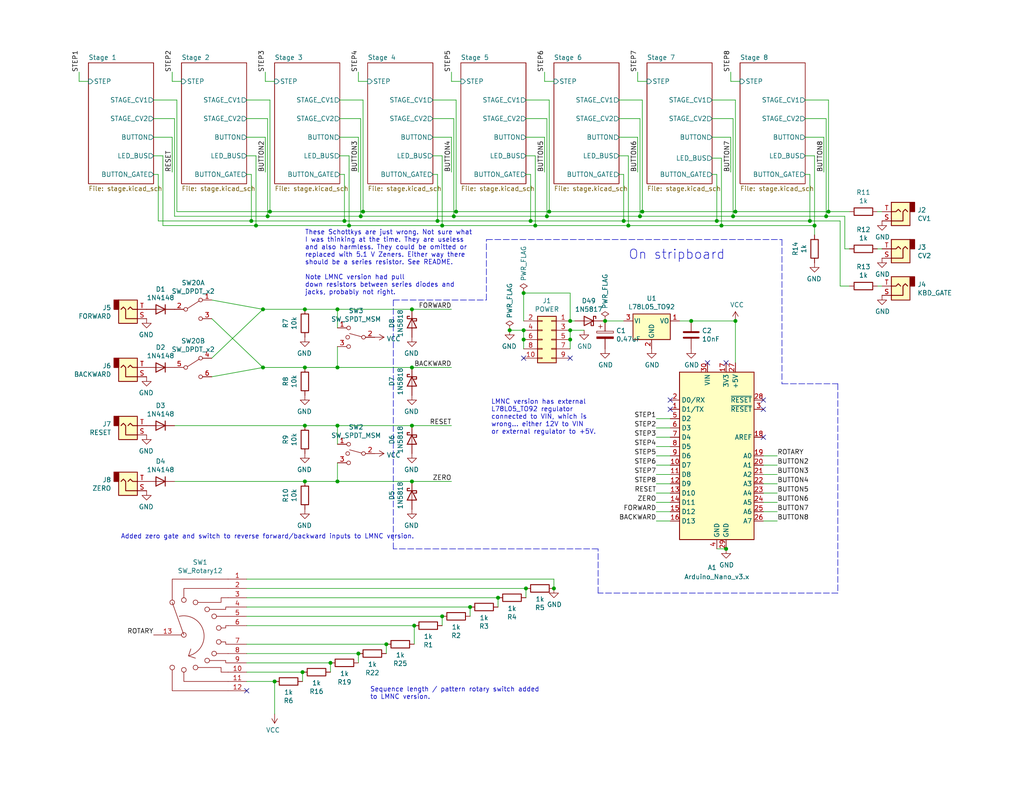
<source format=kicad_sch>
(kicad_sch (version 20211123) (generator eeschema)
  (paper "USLetter")
  (title_block (title "8 Step Keyboard Sequencer") (date "2020-06-02") (company "Rich Holmes / Analog Output") (comment 1 "Adapted from LMNC"))
  (lib_symbols
    (symbol "Connector:AudioJack2"
      (property "Reference" "J" (at 0 8.89 0))
      (property "Value" "AudioJack2" (at 0 6.35 0))
      (symbol "AudioJack2_0_1"
        (rectangle (start -3.81 0) (end -2.54 -2.54) (stroke (width 0.254)) (fill (type outline)))
        (rectangle (start -2.54 3.81) (end 2.54 -2.54) (stroke (width 0.254)) (fill (type background)))
        (polyline (pts (xy 0 0) (xy 0.635 -0.635) (xy 1.27 0) (xy 2.54 0)) (stroke (width 0.254)))
        (polyline (pts (xy 2.54 2.54) (xy -0.635 2.54) (xy -0.635 0) (xy -1.27 -0.635) (xy -1.905 0)) (stroke (width 0.254)))
      )
      (symbol "AudioJack2_1_1"
        (pin passive line (at 5.08 2.54 180) (length 2.54) (name "~") (number "S"))
        (pin passive line (at 5.08 0 180) (length 2.54) (name "~") (number "T"))
      )
    )
    (symbol "Connector_Generic:Conn_02x05_Odd_Even" (pin_names (offset 1.016) hide)
      (property "Reference" "J" (at 1.27 7.62 0))
      (property "Value" "Conn_02x05_Odd_Even" (at 1.27 -7.62 0))
      (symbol "Conn_02x05_Odd_Even_1_1"
        (rectangle (start -1.27 -4.953) (end 0 -5.207) (stroke (width 0.1524)))
        (rectangle (start -1.27 -2.413) (end 0 -2.667) (stroke (width 0.1524)))
        (rectangle (start -1.27 0.127) (end 0 -0.127) (stroke (width 0.1524)))
        (rectangle (start -1.27 2.667) (end 0 2.413) (stroke (width 0.1524)))
        (rectangle (start -1.27 5.207) (end 0 4.953) (stroke (width 0.1524)))
        (rectangle (start -1.27 6.35) (end 3.81 -6.35) (stroke (width 0.254)) (fill (type background)))
        (rectangle (start 3.81 -4.953) (end 2.54 -5.207) (stroke (width 0.1524)))
        (rectangle (start 3.81 -2.413) (end 2.54 -2.667) (stroke (width 0.1524)))
        (rectangle (start 3.81 0.127) (end 2.54 -0.127) (stroke (width 0.1524)))
        (rectangle (start 3.81 2.667) (end 2.54 2.413) (stroke (width 0.1524)))
        (rectangle (start 3.81 5.207) (end 2.54 4.953) (stroke (width 0.1524)))
        (pin passive line (at -5.08 5.08 0) (length 3.81) (name "Pin_1") (number "1"))
        (pin passive line (at 7.62 -5.08 180) (length 3.81) (name "Pin_10") (number "10"))
        (pin passive line (at 7.62 5.08 180) (length 3.81) (name "Pin_2") (number "2"))
        (pin passive line (at -5.08 2.54 0) (length 3.81) (name "Pin_3") (number "3"))
        (pin passive line (at 7.62 2.54 180) (length 3.81) (name "Pin_4") (number "4"))
        (pin passive line (at -5.08 0 0) (length 3.81) (name "Pin_5") (number "5"))
        (pin passive line (at 7.62 0 180) (length 3.81) (name "Pin_6") (number "6"))
        (pin passive line (at -5.08 -2.54 0) (length 3.81) (name "Pin_7") (number "7"))
        (pin passive line (at 7.62 -2.54 180) (length 3.81) (name "Pin_8") (number "8"))
        (pin passive line (at -5.08 -5.08 0) (length 3.81) (name "Pin_9") (number "9"))
      )
    )
    (symbol "Device:C" (pin_numbers hide) (pin_names (offset 0.254))
      (property "Reference" "C" (at 0.635 2.54 0))
      (property "Value" "C" (at 0.635 -2.54 0))
      (symbol "C_0_1"
        (polyline (pts (xy -2.032 -0.762) (xy 2.032 -0.762)) (stroke (width 0.508)))
        (polyline (pts (xy -2.032 0.762) (xy 2.032 0.762)) (stroke (width 0.508)))
      )
      (symbol "C_1_1"
        (pin passive line (at 0 3.81 270) (length 2.794) (name "~") (number "1"))
        (pin passive line (at 0 -3.81 90) (length 2.794) (name "~") (number "2"))
      )
    )
    (symbol "Device:R" (pin_numbers hide) (pin_names (offset 0))
      (property "Reference" "R" (at 2.032 0 90))
      (property "Value" "R" (at 0 0 90))
      (symbol "R_0_1"
        (rectangle (start -1.016 -2.54) (end 1.016 2.54) (stroke (width 0.254)))
      )
      (symbol "R_1_1"
        (pin passive line (at 0 3.81 270) (length 1.27) (name "~") (number "1"))
        (pin passive line (at 0 -3.81 90) (length 1.27) (name "~") (number "2"))
      )
    )
    (symbol "Diode:1N4148" (pin_numbers hide) (pin_names (offset 1.016) hide)
      (property "Reference" "D" (at 0 2.54 0))
      (property "Value" "1N4148" (at 0 -2.54 0))
      (symbol "1N4148_0_1"
        (polyline (pts (xy -1.27 1.27) (xy -1.27 -1.27)) (stroke (width 0.254)))
        (polyline (pts (xy 1.27 0) (xy -1.27 0)))
        (polyline (pts (xy 1.27 1.27) (xy 1.27 -1.27) (xy -1.27 0) (xy 1.27 1.27)) (stroke (width 0.254)))
      )
      (symbol "1N4148_1_1"
        (pin passive line (at -3.81 0 0) (length 2.54) (name "K") (number "1"))
        (pin passive line (at 3.81 0 180) (length 2.54) (name "A") (number "2"))
      )
    )
    (symbol "Diode:1N5817" (pin_numbers hide) (pin_names (offset 1.016) hide)
      (property "Reference" "D" (at 0 2.54 0))
      (property "Value" "1N5817" (at 0 -2.54 0))
      (symbol "1N5817_0_1"
        (polyline (pts (xy 1.27 0) (xy -1.27 0)))
        (polyline (pts (xy 1.27 1.27) (xy 1.27 -1.27) (xy -1.27 0) (xy 1.27 1.27)) (stroke (width 0.254)))
        (polyline (pts (xy -1.905 0.635) (xy -1.905 1.27) (xy -1.27 1.27) (xy -1.27 -1.27) (xy -0.635 -1.27) (xy -0.635 -0.635)) (stroke (width 0.254)))
      )
      (symbol "1N5817_1_1"
        (pin passive line (at -3.81 0 0) (length 2.54) (name "K") (number "1"))
        (pin passive line (at 3.81 0 180) (length 2.54) (name "A") (number "2"))
      )
    )
    (symbol "Diode:1N5818" (pin_numbers hide) (pin_names (offset 1.016) hide)
      (property "Reference" "D" (at 0 2.54 0))
      (property "Value" "1N5818" (at 0 -2.54 0))
      (symbol "1N5818_0_1"
        (polyline (pts (xy 1.27 0) (xy -1.27 0)))
        (polyline (pts (xy 1.27 1.27) (xy 1.27 -1.27) (xy -1.27 0) (xy 1.27 1.27)) (stroke (width 0.254)))
        (polyline (pts (xy -1.905 0.635) (xy -1.905 1.27) (xy -1.27 1.27) (xy -1.27 -1.27) (xy -0.635 -1.27) (xy -0.635 -0.635)) (stroke (width 0.254)))
      )
      (symbol "1N5818_1_1"
        (pin passive line (at -3.81 0 0) (length 2.54) (name "K") (number "1"))
        (pin passive line (at 3.81 0 180) (length 2.54) (name "A") (number "2"))
      )
    )
    (symbol "MCU_Module:Arduino_Nano_v3.x"
      (property "Reference" "A" (at -10.16 23.495 0))
      (property "Value" "Arduino_Nano_v3.x" (at 5.08 -24.13 0))
      (symbol "Arduino_Nano_v3.x_0_1"
        (rectangle (start -10.16 22.86) (end 10.16 -22.86) (stroke (width 0.254)) (fill (type background)))
      )
      (symbol "Arduino_Nano_v3.x_1_1"
        (pin bidirectional line (at -12.7 12.7 0) (length 2.54) (name "D1/TX") (number "1"))
        (pin bidirectional line (at -12.7 -2.54 0) (length 2.54) (name "D7") (number "10"))
        (pin bidirectional line (at -12.7 -5.08 0) (length 2.54) (name "D8") (number "11"))
        (pin bidirectional line (at -12.7 -7.62 0) (length 2.54) (name "D9") (number "12"))
        (pin bidirectional line (at -12.7 -10.16 0) (length 2.54) (name "D10") (number "13"))
        (pin bidirectional line (at -12.7 -12.7 0) (length 2.54) (name "D11") (number "14"))
        (pin bidirectional line (at -12.7 -15.24 0) (length 2.54) (name "D12") (number "15"))
        (pin bidirectional line (at -12.7 -17.78 0) (length 2.54) (name "D13") (number "16"))
        (pin power_out line (at 2.54 25.4 270) (length 2.54) (name "3V3") (number "17"))
        (pin input line (at 12.7 5.08 180) (length 2.54) (name "AREF") (number "18"))
        (pin bidirectional line (at 12.7 0 180) (length 2.54) (name "A0") (number "19"))
        (pin bidirectional line (at -12.7 15.24 0) (length 2.54) (name "D0/RX") (number "2"))
        (pin bidirectional line (at 12.7 -2.54 180) (length 2.54) (name "A1") (number "20"))
        (pin bidirectional line (at 12.7 -5.08 180) (length 2.54) (name "A2") (number "21"))
        (pin bidirectional line (at 12.7 -7.62 180) (length 2.54) (name "A3") (number "22"))
        (pin bidirectional line (at 12.7 -10.16 180) (length 2.54) (name "A4") (number "23"))
        (pin bidirectional line (at 12.7 -12.7 180) (length 2.54) (name "A5") (number "24"))
        (pin bidirectional line (at 12.7 -15.24 180) (length 2.54) (name "A6") (number "25"))
        (pin bidirectional line (at 12.7 -17.78 180) (length 2.54) (name "A7") (number "26"))
        (pin power_out line (at 5.08 25.4 270) (length 2.54) (name "+5V") (number "27"))
        (pin input line (at 12.7 15.24 180) (length 2.54) (name "~{RESET}") (number "28"))
        (pin power_in line (at 2.54 -25.4 90) (length 2.54) (name "GND") (number "29"))
        (pin input line (at 12.7 12.7 180) (length 2.54) (name "~{RESET}") (number "3"))
        (pin power_in line (at -2.54 25.4 270) (length 2.54) (name "VIN") (number "30"))
        (pin power_in line (at 0 -25.4 90) (length 2.54) (name "GND") (number "4"))
        (pin bidirectional line (at -12.7 10.16 0) (length 2.54) (name "D2") (number "5"))
        (pin bidirectional line (at -12.7 7.62 0) (length 2.54) (name "D3") (number "6"))
        (pin bidirectional line (at -12.7 5.08 0) (length 2.54) (name "D4") (number "7"))
        (pin bidirectional line (at -12.7 2.54 0) (length 2.54) (name "D5") (number "8"))
        (pin bidirectional line (at -12.7 0 0) (length 2.54) (name "D6") (number "9"))
      )
    )
    (symbol "Regulator_Linear:L78L05_TO92" (pin_names (offset 0.254))
      (property "Reference" "U" (at -3.81 3.175 0))
      (property "Value" "L78L05_TO92" (at 0 3.175 0))
      (symbol "L78L05_TO92_0_1"
        (rectangle (start -5.08 -5.08) (end 5.08 1.905) (stroke (width 0.254)) (fill (type background)))
      )
      (symbol "L78L05_TO92_1_1"
        (pin power_out line (at 7.62 0 180) (length 2.54) (name "VO") (number "1"))
        (pin power_in line (at 0 -7.62 90) (length 2.54) (name "GND") (number "2"))
        (pin power_in line (at -7.62 0 0) (length 2.54) (name "VI") (number "3"))
      )
    )
    (symbol "Switch:SW_DPDT_x2" (pin_names (offset 0) hide)
      (property "Reference" "SW" (at 0 4.318 0))
      (property "Value" "SW_DPDT_x2" (at 0 -5.08 0))
      (symbol "SW_DPDT_x2_0_0"
        (circle (center -2.032 0) (radius 0.508))
        (circle (center 2.032 -2.54) (radius 0.508))
      )
      (symbol "SW_DPDT_x2_0_1"
        (polyline (pts (xy -1.524 0.254) (xy 1.651 2.286)))
        (circle (center 2.032 2.54) (radius 0.508))
      )
      (symbol "SW_DPDT_x2_1_1"
        (pin passive line (at 5.08 2.54 180) (length 2.54) (name "A") (number "1"))
        (pin passive line (at -5.08 0 0) (length 2.54) (name "B") (number "2"))
        (pin passive line (at 5.08 -2.54 180) (length 2.54) (name "C") (number "3"))
      )
      (symbol "SW_DPDT_x2_2_1"
        (pin passive line (at 5.08 2.54 180) (length 2.54) (name "A") (number "4"))
        (pin passive line (at -5.08 0 0) (length 2.54) (name "B") (number "5"))
        (pin passive line (at 5.08 -2.54 180) (length 2.54) (name "C") (number "6"))
      )
    )
    (symbol "Switch:SW_Rotary12" (pin_names (offset 1.016) hide)
      (property "Reference" "SW" (at 0 17.78 0))
      (property "Value" "SW_Rotary12" (at 0 -17.78 0))
      (symbol "SW_Rotary12_0_0"
        (circle (center -10.16 -8.89) (radius 0.635))
        (circle (center -10.16 8.89) (radius 0.635))
        (circle (center -6.985 -9.525) (radius 0.635))
        (circle (center -6.985 0) (radius 0.635))
        (circle (center -6.985 9.525) (radius 0.635))
        (arc (start -5.715 -5.715) (mid -1.5995 0.937) (end -8.255 5.08))
        (circle (center -3.81 -8.89) (radius 0.635))
        (circle (center -3.81 8.89) (radius 0.635))
        (circle (center -0.635 -6.985) (radius 0.635))
        (circle (center -0.635 6.985) (radius 0.635))
        (polyline (pts (xy -6.985 0) (xy -10.16 8.89)))
        (polyline (pts (xy -5.715 -5.715) (xy -5.08 -3.81)))
        (polyline (pts (xy -5.715 -5.715) (xy -3.81 -6.35)))
        (polyline (pts (xy 1.905 -5.08) (xy 5.08 -5.08)))
        (polyline (pts (xy 1.905 5.08) (xy 5.08 5.08)))
        (polyline (pts (xy -10.16 -9.525) (xy -10.16 -15.24) (xy 5.08 -15.24)))
        (polyline (pts (xy -10.16 9.525) (xy -10.16 15.24) (xy 5.08 15.24)))
        (polyline (pts (xy -6.985 -10.16) (xy -6.985 -12.7) (xy 5.08 -12.7)))
        (polyline (pts (xy -6.985 10.16) (xy -6.985 12.7) (xy 5.08 12.7)))
        (polyline (pts (xy -3.175 -8.89) (xy 3.175 -8.89) (xy 3.175 -10.16) (xy 5.08 -10.16)))
        (polyline (pts (xy -3.175 8.89) (xy 3.175 8.89) (xy 3.175 10.16) (xy 5.08 10.16)))
        (polyline (pts (xy 0 -6.985) (xy 4.445 -6.985) (xy 4.445 -7.62) (xy 5.08 -7.62)))
        (polyline (pts (xy 0 6.985) (xy 4.445 6.985) (xy 4.445 7.62) (xy 5.08 7.62)))
        (polyline (pts (xy 3.175 -1.905) (xy 4.445 -1.905) (xy 4.445 -2.54) (xy 5.08 -2.54)))
        (polyline (pts (xy 3.175 1.905) (xy 4.445 1.905) (xy 4.445 2.54) (xy 5.08 2.54)))
        (circle (center 1.27 -5.08) (radius 0.635))
        (circle (center 1.27 5.08) (radius 0.635))
        (circle (center 2.54 -1.905) (radius 0.635))
        (circle (center 2.54 1.905) (radius 0.635))
      )
      (symbol "SW_Rotary12_0_1"
        (pin passive line (at 10.16 15.24 180) (length 5.08) (name "1") (number "1"))
        (pin passive line (at 10.16 -10.16 180) (length 5.08) (name "10") (number "10"))
        (pin passive line (at 10.16 -12.7 180) (length 5.08) (name "11") (number "11"))
        (pin passive line (at 10.16 -15.24 180) (length 5.08) (name "12") (number "12"))
        (pin passive line (at -15.24 0 0) (length 7.62) (name "13") (number "13"))
        (pin passive line (at 10.16 12.7 180) (length 5.08) (name "2") (number "2"))
        (pin passive line (at 10.16 10.16 180) (length 5.08) (name "3") (number "3"))
        (pin passive line (at 10.16 7.62 180) (length 5.08) (name "4") (number "4"))
        (pin passive line (at 10.16 5.08 180) (length 5.08) (name "5") (number "5"))
        (pin passive line (at 10.16 2.54 180) (length 5.08) (name "6") (number "6"))
        (pin passive line (at 10.16 -2.54 180) (length 5.08) (name "7") (number "7"))
        (pin passive line (at 10.16 -5.08 180) (length 5.08) (name "8") (number "8"))
        (pin passive line (at 10.16 -7.62 180) (length 5.08) (name "9") (number "9"))
      )
    )
    (symbol "Switch:SW_SPDT_MSM" (pin_names (offset 0) hide)
      (property "Reference" "SW" (at 0 5.08 0))
      (property "Value" "SW_SPDT_MSM" (at 0 -5.08 0))
      (symbol "SW_SPDT_MSM_0_0"
        (circle (center -2.032 0) (radius 0.508))
        (polyline (pts (xy -1.524 0.127) (xy 1.778 1.016)))
        (circle (center 2.032 -2.54) (radius 0.508))
      )
      (symbol "SW_SPDT_MSM_0_1"
        (circle (center 2.032 2.54) (radius 0.508))
        (circle (center 2.286 0) (radius 0.508))
      )
      (symbol "SW_SPDT_MSM_1_1"
        (pin passive line (at 5.08 2.54 180) (length 2.54) (name "1") (number "1"))
        (pin passive line (at -5.08 0 0) (length 2.54) (name "2") (number "2"))
        (pin passive line (at 5.08 -2.54 180) (length 2.54) (name "3") (number "3"))
      )
    )
    (symbol "ao_symbols:CP" (pin_numbers hide) (pin_names (offset 0.254))
      (property "Reference" "C" (at 0.635 2.54 0))
      (property "Value" "CP" (at 0.635 -2.54 0))
      (symbol "CP_0_1"
        (rectangle (start -2.286 0.508) (end 2.286 1.016))
        (polyline (pts (xy -1.778 2.286) (xy -0.762 2.286)))
        (polyline (pts (xy -1.27 2.794) (xy -1.27 1.778)))
        (rectangle (start 2.286 -0.508) (end -2.286 -1.016) (fill (type outline)))
      )
      (symbol "CP_1_1"
        (pin passive line (at 0 3.81 270) (length 2.794) (name "~") (number "1"))
        (pin passive line (at 0 -3.81 90) (length 2.794) (name "~") (number "2"))
      )
    )
    (symbol "power:GND" (power) (pin_names (offset 0))
      (property "Value" "GND" (at 0 -3.81 0))
      (symbol "GND_0_1"
        (polyline (pts (xy 0 0) (xy 0 -1.27) (xy 1.27 -1.27) (xy 0 -2.54) (xy -1.27 -1.27) (xy 0 -1.27)))
      )
      (symbol "GND_1_1"
        (pin power_in line (at 0 0 270) (length 0) hide (name "GND") (number "1"))
      )
    )
    (symbol "power:PWR_FLAG" (power) (pin_numbers hide) (pin_names (offset 0) hide)
      (property "Value" "PWR_FLAG" (at 0 3.81 0))
      (symbol "PWR_FLAG_0_0"
        (pin power_out line (at 0 0 90) (length 0) (name "pwr") (number "1"))
      )
      (symbol "PWR_FLAG_0_1"
        (polyline (pts (xy 0 0) (xy 0 1.27) (xy -1.016 1.905) (xy 0 2.54) (xy 1.016 1.905) (xy 0 1.27)))
      )
    )
    (symbol "power:VCC" (power) (pin_names (offset 0))
      (property "Value" "VCC" (at 0 3.81 0))
      (symbol "VCC_0_1"
        (polyline (pts (xy -0.762 1.27) (xy 0 2.54)))
        (polyline (pts (xy 0 0) (xy 0 2.54)))
        (polyline (pts (xy 0 2.54) (xy 0.762 1.27)))
      )
      (symbol "VCC_1_1"
        (pin power_in line (at 0 0 90) (length 0) hide (name "VCC") (number "1"))
      )
    )
  )
  (junction (at 151.13 160.655))
  (junction (at 99.06 57.785))
  (junction (at 124.46 57.785))
  (junction (at 142.875 90.17))
  (junction (at 200.66 87.63))
  (junction (at 92.075 131.445))
  (junction (at 165.1 87.63))
  (junction (at 149.86 57.785))
  (junction (at 226.06 57.785))
  (junction (at 98.425 59.055))
  (junction (at 155.575 92.71))
  (junction (at 155.575 90.17))
  (junction (at 92.075 116.205))
  (junction (at 171.45 61.595))
  (junction (at 112.395 84.455))
  (junction (at 225.425 59.055))
  (junction (at 112.395 100.33))
  (junction (at 149.225 59.055))
  (junction (at 71.755 100.33))
  (junction (at 139.065 90.17))
  (junction (at 83.185 84.455))
  (junction (at 195.58 60.325))
  (junction (at 112.395 131.445))
  (junction (at 119.38 60.325))
  (junction (at 123.825 59.055))
  (junction (at 73.025 59.055))
  (junction (at 83.185 116.205))
  (junction (at 92.075 100.33))
  (junction (at 105.41 175.895))
  (junction (at 90.17 180.975))
  (junction (at 128.27 165.735))
  (junction (at 155.575 87.63))
  (junction (at 220.98 60.325))
  (junction (at 200.025 59.055))
  (junction (at 188.595 87.63))
  (junction (at 144.78 60.325))
  (junction (at 68.58 60.325))
  (junction (at 69.85 61.595))
  (junction (at 93.98 60.325))
  (junction (at 146.05 61.595))
  (junction (at 200.66 57.785))
  (junction (at 142.875 80.01))
  (junction (at 112.395 116.205))
  (junction (at 97.79 178.435))
  (junction (at 82.55 183.515))
  (junction (at 71.755 84.455))
  (junction (at 83.185 131.445))
  (junction (at 174.625 59.055))
  (junction (at 198.12 149.86))
  (junction (at 83.185 100.33))
  (junction (at 95.25 61.595))
  (junction (at 120.65 168.275))
  (junction (at 113.03 170.815))
  (junction (at 143.51 160.655))
  (junction (at 74.93 186.055))
  (junction (at 222.25 61.595))
  (junction (at 175.26 57.785))
  (junction (at 142.875 92.71))
  (junction (at 73.66 57.785))
  (junction (at 170.18 60.325))
  (junction (at 92.075 84.455))
  (junction (at 120.65 61.595))
  (junction (at 196.85 61.595))
  (junction (at 135.89 163.195))
  (no_connect (at 155.575 97.79))
  (no_connect (at 208.28 119.38))
  (no_connect (at 208.28 109.22))
  (no_connect (at 67.31 188.595))
  (no_connect (at 193.04 99.06))
  (no_connect (at 182.88 111.76))
  (no_connect (at 198.12 99.06))
  (no_connect (at 182.88 109.22))
  (no_connect (at 208.28 111.76))
  (no_connect (at 142.875 97.79))
  (wire (pts (xy 151.13 158.115) (xy 151.13 160.655)))
  (wire (pts (xy 95.25 42.545) (xy 95.25 61.595)))
  (wire (pts (xy 142.875 92.71) (xy 142.875 95.25)))
  (wire (pts (xy 220.98 47.625) (xy 220.98 60.325)))
  (wire (pts (xy 71.755 84.455) (xy 83.185 84.455)))
  (wire (pts (xy 143.51 47.625) (xy 144.78 47.625)))
  (wire (pts (xy 73.025 32.385) (xy 73.025 59.055)))
  (wire (pts (xy 174.625 59.055) (xy 200.025 59.055)))
  (wire (pts (xy 72.39 22.225) (xy 74.93 22.225)))
  (wire (pts (xy 179.07 134.62) (xy 182.88 134.62)))
  (wire (pts (xy 98.425 32.385) (xy 98.425 59.055)))
  (polyline (pts (xy 228.6 161.925) (xy 163.195 161.925)))
  (wire (pts (xy 143.51 37.465) (xy 148.59 37.465)))
  (wire (pts (xy 168.91 47.625) (xy 170.18 47.625)))
  (wire (pts (xy 123.19 37.465) (xy 123.19 46.99)))
  (wire (pts (xy 69.85 42.545) (xy 69.85 61.595)))
  (wire (pts (xy 179.07 116.84) (xy 182.88 116.84)))
  (wire (pts (xy 118.11 42.545) (xy 120.65 42.545)))
  (wire (pts (xy 105.41 175.895) (xy 105.41 178.435)))
  (wire (pts (xy 173.99 37.465) (xy 173.99 46.99)))
  (wire (pts (xy 67.31 165.735) (xy 128.27 165.735)))
  (wire (pts (xy 92.075 131.445) (xy 112.395 131.445)))
  (wire (pts (xy 148.59 22.225) (xy 151.13 22.225)))
  (wire (pts (xy 92.075 126.365) (xy 92.075 131.445)))
  (wire (pts (xy 118.11 32.385) (xy 123.825 32.385)))
  (wire (pts (xy 120.65 42.545) (xy 120.65 61.595)))
  (wire (pts (xy 92.71 27.305) (xy 99.06 27.305)))
  (wire (pts (xy 155.575 92.71) (xy 155.575 95.25)))
  (wire (pts (xy 92.075 116.205) (xy 92.075 121.285)))
  (wire (pts (xy 67.31 42.545) (xy 69.85 42.545)))
  (wire (pts (xy 73.66 27.305) (xy 73.66 57.785)))
  (wire (pts (xy 41.91 27.305) (xy 48.26 27.305)))
  (wire (pts (xy 67.31 168.275) (xy 120.65 168.275)))
  (wire (pts (xy 200.025 59.055) (xy 225.425 59.055)))
  (wire (pts (xy 48.26 27.305) (xy 48.26 57.785)))
  (wire (pts (xy 168.91 42.545) (xy 171.45 42.545)))
  (wire (pts (xy 47.625 59.055) (xy 73.025 59.055)))
  (wire (pts (xy 74.93 186.055) (xy 74.93 194.945)))
  (wire (pts (xy 164.465 87.63) (xy 165.1 87.63)))
  (wire (pts (xy 119.38 47.625) (xy 119.38 60.325)))
  (wire (pts (xy 92.075 94.615) (xy 92.075 100.33)))
  (wire (pts (xy 123.19 22.225) (xy 125.73 22.225)))
  (wire (pts (xy 92.075 116.205) (xy 83.185 116.205)))
  (wire (pts (xy 171.45 61.595) (xy 196.85 61.595)))
  (wire (pts (xy 148.59 19.685) (xy 148.59 22.225)))
  (wire (pts (xy 92.71 47.625) (xy 93.98 47.625)))
  (wire (pts (xy 123.19 131.445) (xy 112.395 131.445)))
  (wire (pts (xy 200.66 87.63) (xy 200.66 99.06)))
  (wire (pts (xy 123.825 59.055) (xy 149.225 59.055)))
  (wire (pts (xy 72.39 19.685) (xy 72.39 22.225)))
  (wire (pts (xy 230.505 59.055) (xy 225.425 59.055)))
  (wire (pts (xy 179.07 139.7) (xy 182.88 139.7)))
  (wire (pts (xy 208.28 137.16) (xy 212.09 137.16)))
  (polyline (pts (xy 163.195 161.925) (xy 163.195 149.86)))
  (polyline (pts (xy 213.36 65.405) (xy 213.36 104.775)))
  (wire (pts (xy 72.39 37.465) (xy 72.39 46.99)))
  (wire (pts (xy 155.575 80.01) (xy 142.875 80.01)))
  (wire (pts (xy 168.91 37.465) (xy 173.99 37.465)))
  (wire (pts (xy 46.99 22.225) (xy 49.53 22.225)))
  (wire (pts (xy 113.03 175.895) (xy 113.03 170.815)))
  (wire (pts (xy 222.25 61.595) (xy 222.25 64.135)))
  (polyline (pts (xy 132.715 65.405) (xy 213.36 65.405)))
  (wire (pts (xy 92.075 100.33) (xy 112.395 100.33)))
  (wire (pts (xy 148.59 37.465) (xy 148.59 46.99)))
  (wire (pts (xy 224.79 46.99) (xy 224.79 37.465)))
  (wire (pts (xy 173.99 19.685) (xy 173.99 22.225)))
  (wire (pts (xy 185.42 87.63) (xy 188.595 87.63)))
  (wire (pts (xy 229.235 60.325) (xy 220.98 60.325)))
  (wire (pts (xy 200.66 57.785) (xy 226.06 57.785)))
  (wire (pts (xy 67.31 183.515) (xy 82.55 183.515)))
  (wire (pts (xy 43.18 47.625) (xy 43.18 60.325)))
  (wire (pts (xy 67.31 37.465) (xy 72.39 37.465)))
  (wire (pts (xy 120.65 168.275) (xy 120.65 170.815)))
  (wire (pts (xy 67.31 175.895) (xy 105.41 175.895)))
  (wire (pts (xy 222.25 42.545) (xy 222.25 61.595)))
  (wire (pts (xy 179.07 132.08) (xy 182.88 132.08)))
  (wire (pts (xy 219.71 47.625) (xy 220.98 47.625)))
  (wire (pts (xy 146.05 61.595) (xy 171.45 61.595)))
  (wire (pts (xy 226.06 27.305) (xy 226.06 57.785)))
  (wire (pts (xy 230.505 59.055) (xy 230.505 67.945)))
  (wire (pts (xy 83.185 131.445) (xy 92.075 131.445)))
  (wire (pts (xy 57.785 86.995) (xy 71.755 100.33)))
  (polyline (pts (xy 213.36 104.775) (xy 228.6 104.775)))
  (polyline (pts (xy 107.315 81.915) (xy 132.715 81.915)))
  (wire (pts (xy 200.66 27.305) (xy 200.66 57.785)))
  (wire (pts (xy 144.78 60.325) (xy 170.18 60.325)))
  (wire (pts (xy 92.71 37.465) (xy 97.79 37.465)))
  (wire (pts (xy 165.1 87.63) (xy 170.18 87.63)))
  (wire (pts (xy 21.59 22.225) (xy 24.13 22.225)))
  (wire (pts (xy 170.18 47.625) (xy 170.18 60.325)))
  (wire (pts (xy 123.825 32.385) (xy 123.825 59.055)))
  (polyline (pts (xy 163.195 149.86) (xy 107.315 149.86)))
  (wire (pts (xy 229.235 78.105) (xy 231.775 78.105)))
  (wire (pts (xy 48.26 57.785) (xy 73.66 57.785)))
  (wire (pts (xy 135.89 163.195) (xy 135.89 165.735)))
  (wire (pts (xy 179.07 121.92) (xy 182.88 121.92)))
  (wire (pts (xy 92.075 116.205) (xy 112.395 116.205)))
  (wire (pts (xy 139.065 90.17) (xy 142.875 90.17)))
  (wire (pts (xy 73.66 57.785) (xy 99.06 57.785)))
  (wire (pts (xy 68.58 60.325) (xy 93.98 60.325)))
  (wire (pts (xy 93.98 60.325) (xy 119.38 60.325)))
  (wire (pts (xy 57.785 102.87) (xy 71.755 100.33)))
  (wire (pts (xy 159.385 90.17) (xy 155.575 90.17)))
  (wire (pts (xy 239.395 67.945) (xy 240.665 67.945)))
  (wire (pts (xy 92.075 84.455) (xy 112.395 84.455)))
  (wire (pts (xy 212.09 142.24) (xy 208.28 142.24)))
  (wire (pts (xy 67.31 27.305) (xy 73.66 27.305)))
  (wire (pts (xy 208.28 132.08) (xy 212.09 132.08)))
  (wire (pts (xy 194.31 37.465) (xy 199.39 37.465)))
  (wire (pts (xy 179.07 142.24) (xy 182.88 142.24)))
  (wire (pts (xy 219.71 32.385) (xy 225.425 32.385)))
  (wire (pts (xy 171.45 42.545) (xy 171.45 61.595)))
  (wire (pts (xy 168.91 27.305) (xy 175.26 27.305)))
  (wire (pts (xy 219.71 27.305) (xy 226.06 27.305)))
  (wire (pts (xy 194.31 27.305) (xy 200.66 27.305)))
  (wire (pts (xy 67.31 32.385) (xy 73.025 32.385)))
  (wire (pts (xy 219.71 42.545) (xy 222.25 42.545)))
  (wire (pts (xy 199.39 19.685) (xy 199.39 22.225)))
  (wire (pts (xy 21.59 19.685) (xy 21.59 22.225)))
  (wire (pts (xy 155.575 87.63) (xy 155.575 80.01)))
  (wire (pts (xy 208.28 134.62) (xy 212.09 134.62)))
  (wire (pts (xy 143.51 160.655) (xy 143.51 163.195)))
  (wire (pts (xy 67.31 158.115) (xy 151.13 158.115)))
  (wire (pts (xy 90.17 180.975) (xy 90.17 183.515)))
  (wire (pts (xy 92.075 84.455) (xy 92.075 89.535)))
  (wire (pts (xy 118.11 27.305) (xy 124.46 27.305)))
  (wire (pts (xy 68.58 47.625) (xy 68.58 60.325)))
  (wire (pts (xy 93.98 47.625) (xy 93.98 60.325)))
  (wire (pts (xy 179.07 114.3) (xy 182.88 114.3)))
  (wire (pts (xy 179.07 127) (xy 182.88 127)))
  (wire (pts (xy 97.79 37.465) (xy 97.79 46.99)))
  (wire (pts (xy 97.79 19.685) (xy 97.79 22.225)))
  (wire (pts (xy 128.27 165.735) (xy 128.27 168.275)))
  (wire (pts (xy 143.51 42.545) (xy 146.05 42.545)))
  (wire (pts (xy 67.31 47.625) (xy 68.58 47.625)))
  (wire (pts (xy 170.18 60.325) (xy 195.58 60.325)))
  (wire (pts (xy 67.31 186.055) (xy 74.93 186.055)))
  (wire (pts (xy 239.395 78.105) (xy 240.665 78.105)))
  (wire (pts (xy 46.99 37.465) (xy 46.99 46.99)))
  (wire (pts (xy 194.31 47.625) (xy 195.58 47.625)))
  (wire (pts (xy 95.25 61.595) (xy 120.65 61.595)))
  (wire (pts (xy 175.26 57.785) (xy 200.66 57.785)))
  (wire (pts (xy 212.09 139.7) (xy 208.28 139.7)))
  (wire (pts (xy 179.07 129.54) (xy 182.88 129.54)))
  (wire (pts (xy 92.075 84.455) (xy 83.185 84.455)))
  (wire (pts (xy 146.05 42.545) (xy 146.05 61.595)))
  (wire (pts (xy 173.99 22.225) (xy 176.53 22.225)))
  (wire (pts (xy 41.91 32.385) (xy 47.625 32.385)))
  (wire (pts (xy 67.31 178.435) (xy 97.79 178.435)))
  (wire (pts (xy 118.11 47.625) (xy 119.38 47.625)))
  (wire (pts (xy 98.425 59.055) (xy 123.825 59.055)))
  (wire (pts (xy 155.575 87.63) (xy 156.845 87.63)))
  (wire (pts (xy 208.28 124.46) (xy 212.09 124.46)))
  (wire (pts (xy 41.91 42.545) (xy 44.45 42.545)))
  (wire (pts (xy 195.58 149.86) (xy 198.12 149.86)))
  (wire (pts (xy 99.06 27.305) (xy 99.06 57.785)))
  (wire (pts (xy 44.45 61.595) (xy 69.85 61.595)))
  (wire (pts (xy 67.31 163.195) (xy 135.89 163.195)))
  (wire (pts (xy 143.51 27.305) (xy 149.86 27.305)))
  (wire (pts (xy 47.625 131.445) (xy 83.185 131.445)))
  (wire (pts (xy 113.03 170.815) (xy 67.31 170.815)))
  (wire (pts (xy 179.07 119.38) (xy 182.88 119.38)))
  (wire (pts (xy 43.18 60.325) (xy 68.58 60.325)))
  (wire (pts (xy 41.91 37.465) (xy 46.99 37.465)))
  (wire (pts (xy 120.65 61.595) (xy 146.05 61.595)))
  (wire (pts (xy 239.395 57.785) (xy 240.665 57.785)))
  (wire (pts (xy 208.28 129.54) (xy 212.09 129.54)))
  (wire (pts (xy 155.575 90.17) (xy 155.575 92.71)))
  (wire (pts (xy 82.55 183.515) (xy 82.55 186.055)))
  (wire (pts (xy 196.85 61.595) (xy 222.25 61.595)))
  (wire (pts (xy 97.79 178.435) (xy 97.79 180.975)))
  (wire (pts (xy 149.86 57.785) (xy 175.26 57.785)))
  (wire (pts (xy 175.26 27.305) (xy 175.26 57.785)))
  (wire (pts (xy 194.31 32.385) (xy 200.025 32.385)))
  (polyline (pts (xy 228.6 104.775) (xy 228.6 161.925)))
  (wire (pts (xy 149.225 32.385) (xy 149.225 59.055)))
  (wire (pts (xy 124.46 57.785) (xy 149.86 57.785)))
  (wire (pts (xy 143.51 32.385) (xy 149.225 32.385)))
  (polyline (pts (xy 107.315 149.86) (xy 107.315 81.915)))
  (wire (pts (xy 219.71 37.465) (xy 224.79 37.465)))
  (wire (pts (xy 112.395 84.455) (xy 123.19 84.455)))
  (wire (pts (xy 149.86 27.305) (xy 149.86 57.785)))
  (wire (pts (xy 230.505 67.945) (xy 231.775 67.945)))
  (wire (pts (xy 194.31 43.18) (xy 196.85 43.18)))
  (wire (pts (xy 195.58 47.625) (xy 195.58 60.325)))
  (wire (pts (xy 199.39 22.225) (xy 201.93 22.225)))
  (wire (pts (xy 229.235 60.325) (xy 229.235 78.105)))
  (wire (pts (xy 71.755 100.33) (xy 83.185 100.33)))
  (wire (pts (xy 231.775 57.785) (xy 226.06 57.785)))
  (wire (pts (xy 123.19 19.685) (xy 123.19 22.225)))
  (wire (pts (xy 149.225 59.055) (xy 174.625 59.055)))
  (wire (pts (xy 73.025 59.055) (xy 98.425 59.055)))
  (wire (pts (xy 225.425 32.385) (xy 225.425 59.055)))
  (wire (pts (xy 44.45 42.545) (xy 44.45 61.595)))
  (wire (pts (xy 144.78 47.625) (xy 144.78 60.325)))
  (wire (pts (xy 69.85 61.595) (xy 95.25 61.595)))
  (wire (pts (xy 179.07 137.16) (xy 182.88 137.16)))
  (wire (pts (xy 168.91 32.385) (xy 174.625 32.385)))
  (wire (pts (xy 92.075 100.33) (xy 83.185 100.33)))
  (wire (pts (xy 142.875 90.17) (xy 142.875 92.71)))
  (wire (pts (xy 67.31 180.975) (xy 90.17 180.975)))
  (wire (pts (xy 196.85 43.18) (xy 196.85 61.595)))
  (wire (pts (xy 112.395 116.205) (xy 123.19 116.205)))
  (wire (pts (xy 57.785 81.915) (xy 71.755 84.455)))
  (wire (pts (xy 99.06 57.785) (xy 124.46 57.785)))
  (wire (pts (xy 124.46 27.305) (xy 124.46 57.785)))
  (wire (pts (xy 195.58 60.325) (xy 220.98 60.325)))
  (wire (pts (xy 119.38 60.325) (xy 144.78 60.325)))
  (wire (pts (xy 46.99 19.685) (xy 46.99 22.225)))
  (wire (pts (xy 92.71 32.385) (xy 98.425 32.385)))
  (wire (pts (xy 174.625 32.385) (xy 174.625 59.055)))
  (polyline (pts (xy 132.715 81.915) (xy 132.715 65.405)))
  (wire (pts (xy 188.595 87.63) (xy 200.66 87.63)))
  (wire (pts (xy 199.39 37.465) (xy 199.39 46.99)))
  (wire (pts (xy 200.025 32.385) (xy 200.025 59.055)))
  (wire (pts (xy 47.625 32.385) (xy 47.625 59.055)))
  (wire (pts (xy 47.625 116.205) (xy 83.185 116.205)))
  (wire (pts (xy 67.31 160.655) (xy 143.51 160.655)))
  (wire (pts (xy 208.28 127) (xy 212.09 127)))
  (wire (pts (xy 179.07 124.46) (xy 182.88 124.46)))
  (wire (pts (xy 97.79 22.225) (xy 100.33 22.225)))
  (wire (pts (xy 41.91 47.625) (xy 43.18 47.625)))
  (wire (pts (xy 57.785 97.79) (xy 71.755 84.455)))
  (wire (pts (xy 112.395 100.33) (xy 123.19 100.33)))
  (wire (pts (xy 118.11 37.465) (xy 123.19 37.465)))
  (wire (pts (xy 92.71 42.545) (xy 95.25 42.545)))
  (wire (pts (xy 142.875 80.01) (xy 142.875 87.63)))
  (text "Sequence length / pattern rotary switch added \nto LMNC version." (at 100.965 191.135 0) (effects (font (size 1.27 1.27)) (justify left bottom)))
  (text "LMNC version has external \nL78L05_TO92 regulator \nconnected to VIN, which is \nwrong... either 12V to VIN \nor external regulator to +5V. \n" (at 133.985 118.745 0) (effects (font (size 1.27 1.27)) (justify left bottom)))
  (text "Added zero gate and switch to reverse forward/backward inputs to LMNC version." (at 113.03 147.32 0) (effects (font (size 1.27 1.27)) (justify right bottom)))
  (text "These Schottkys are just wrong. Not sure what\nI was thinking at the time. They are useless\nand also harmless. They could be omitted or\nreplaced with 5.1 V Zeners. Either way there\nshould be a series resistor. See README.\n\nNote LMNC version had pull \ndown resistors between series diodes and \njacks, probably not right.\n" (at 83.185 80.645 0) (effects (font (size 1.27 1.27)) (justify left bottom)))
  (text "On stripboard" (at 171.45 71.12 0) (effects (font (size 2.54 2.54)) (justify left bottom)))
  (label "BUTTON5" (at 148.59 46.99 90))
  (label "ZERO" (at 179.07 137.16 180))
  (label "STEP4" (at 97.79 19.685 90))
  (label "BUTTON7" (at 199.39 46.99 90))
  (label "RESET" (at 123.19 116.205 180))
  (label "BUTTON3" (at 97.79 46.99 90))
  (label "STEP8" (at 179.07 132.08 180))
  (label "ROTARY" (at 41.91 173.355 180))
  (label "RESET" (at 46.99 46.99 90))
  (label "BUTTON4" (at 123.19 46.99 90))
  (label "STEP2" (at 46.99 19.685 90))
  (label "STEP4" (at 179.07 121.92 180))
  (label "STEP6" (at 148.59 19.685 90))
  (label "BUTTON2" (at 72.39 46.99 90))
  (label "FORWARD" (at 179.07 139.7 180))
  (label "BUTTON7" (at 212.09 139.7 0))
  (label "STEP1" (at 21.59 19.685 90))
  (label "BUTTON8" (at 224.79 46.99 90))
  (label "BUTTON5" (at 212.09 134.62 0))
  (label "STEP2" (at 179.07 116.84 180))
  (label "STEP3" (at 72.39 19.685 90))
  (label "BUTTON3" (at 212.09 129.54 0))
  (label "STEP5" (at 123.19 19.685 90))
  (label "BUTTON8" (at 212.09 142.24 0))
  (label "BACKWARD" (at 123.19 100.33 180))
  (label "BUTTON2" (at 212.09 127 0))
  (label "BUTTON4" (at 212.09 132.08 0))
  (label "STEP3" (at 179.07 119.38 180))
  (label "BACKWARD" (at 179.07 142.24 180))
  (label "ZERO" (at 123.19 131.445 180))
  (label "RESET" (at 179.07 134.62 180))
  (label "STEP6" (at 179.07 127 180))
  (label "BUTTON6" (at 173.99 46.99 90))
  (label "STEP7" (at 173.99 19.685 90))
  (label "BUTTON6" (at 212.09 137.16 0))
  (label "FORWARD" (at 123.19 84.455 180))
  (label "STEP7" (at 179.07 129.54 180))
  (label "ROTARY" (at 212.09 124.46 0))
  (label "STEP5" (at 179.07 124.46 180))
  (label "STEP8" (at 199.39 19.685 90))
  (label "STEP1" (at 179.07 114.3 180))
  (symbol (lib_id "MCU_Module:Arduino_Nano_v3.x") (at 195.58 124.46 0) (unit 1)
    (property "Reference" "A1" (at 194.31 154.94 0))
    (property "Value" "Arduino_Nano_v3.x" (at 195.58 157.48 0))
    (property "Footprint" "Module:Arduino_Nano" (effects hide))
    (property "Datasheet" "http://www.mouser.com/pdfdocs/Gravitech_Arduino_Nano3_0.pdf" (effects hide))
  )
  (symbol (lib_id "Device:R") (at 235.585 57.785 270) (unit 1)
    (property "Reference" "R11" (at 235.585 52.5272 90))
    (property "Value" "1k" (at 235.585 54.8386 90))
  )
  (symbol (lib_id "Device:R") (at 235.585 67.945 270) (unit 1)
    (property "Reference" "R12" (at 235.585 62.6872 90))
    (property "Value" "1k" (at 235.585 64.9986 90))
  )
  (symbol (lib_id "Device:R") (at 235.585 78.105 270) (unit 1)
    (property "Reference" "R13" (at 235.585 72.8472 90))
    (property "Value" "1k" (at 235.585 75.1586 90))
  )
  (symbol (lib_id "Diode:1N4148") (at 43.815 84.455 180) (unit 1)
    (property "Reference" "D1" (at 43.815 78.9686 0))
    (property "Value" "1N4148" (at 43.815 81.28 0))
    (property "Footprint" "Diode_THT:D_DO-35_SOD27_P7.62mm_Horizontal" (effects hide))
    (property "Datasheet" "https://assets.nexperia.com/documents/data-sheet/1N4148_1N4448.pdf" (effects hide))
  )
  (symbol (lib_id "Diode:1N4148") (at 43.815 100.33 180) (unit 1)
    (property "Reference" "D2" (at 43.815 94.8436 0))
    (property "Value" "1N4148" (at 43.815 97.155 0))
    (property "Footprint" "Diode_THT:D_DO-35_SOD27_P7.62mm_Horizontal" (effects hide))
    (property "Datasheet" "https://assets.nexperia.com/documents/data-sheet/1N4148_1N4448.pdf" (effects hide))
  )
  (symbol (lib_id "Diode:1N4148") (at 43.815 116.205 180) (unit 1)
    (property "Reference" "D3" (at 43.815 110.7186 0))
    (property "Value" "1N4148" (at 43.815 113.03 0))
    (property "Footprint" "Diode_THT:D_DO-35_SOD27_P7.62mm_Horizontal" (effects hide))
    (property "Datasheet" "https://assets.nexperia.com/documents/data-sheet/1N4148_1N4448.pdf" (effects hide))
  )
  (symbol (lib_id "Diode:1N4148") (at 43.815 131.445 180) (unit 1)
    (property "Reference" "D4" (at 43.815 125.9586 0))
    (property "Value" "1N4148" (at 43.815 128.27 0))
    (property "Footprint" "Diode_THT:D_DO-35_SOD27_P7.62mm_Horizontal" (effects hide))
    (property "Datasheet" "https://assets.nexperia.com/documents/data-sheet/1N4148_1N4448.pdf" (effects hide))
  )
  (symbol (lib_id "Device:R") (at 83.185 135.255 0) (mirror x) (unit 1)
    (property "Reference" "R10" (at 77.9272 135.255 90))
    (property "Value" "10k" (at 80.2386 135.255 90))
  )
  (symbol (lib_id "Device:R") (at 83.185 120.015 0) (mirror x) (unit 1)
    (property "Reference" "R9" (at 77.9272 120.015 90))
    (property "Value" "10k" (at 80.2386 120.015 90))
  )
  (symbol (lib_id "Device:R") (at 83.185 104.14 0) (mirror x) (unit 1)
    (property "Reference" "R8" (at 77.9272 104.14 90))
    (property "Value" "10k" (at 80.2386 104.14 90))
  )
  (symbol (lib_id "Device:R") (at 83.185 88.265 0) (mirror x) (unit 1)
    (property "Reference" "R7" (at 77.9272 88.265 90))
    (property "Value" "10k" (at 80.2386 88.265 90))
  )
  (symbol (lib_id "power:GND") (at 83.185 92.075 0) (mirror y) (unit 1)
    (property "Reference" "#PWR0117" (effects hide))
    (property "Value" "GND" (at 83.058 96.4692 0))
  )
  (symbol (lib_id "power:GND") (at 83.185 107.95 0) (mirror y) (unit 1)
    (property "Reference" "#PWR0118" (effects hide))
    (property "Value" "GND" (at 83.058 112.3442 0))
  )
  (symbol (lib_id "power:GND") (at 83.185 139.065 0) (mirror y) (unit 1)
    (property "Reference" "#PWR0119" (effects hide))
    (property "Value" "GND" (at 83.058 143.4592 0))
  )
  (symbol (lib_id "power:GND") (at 83.185 123.825 0) (mirror y) (unit 1)
    (property "Reference" "#PWR0120" (effects hide))
    (property "Value" "GND" (at 83.058 128.2192 0))
  )
  (symbol (lib_id "Device:R") (at 109.22 175.895 270) (mirror x) (unit 1)
    (property "Reference" "R25" (at 109.22 181.1528 90))
    (property "Value" "1k" (at 109.22 178.8414 90))
  )
  (symbol (lib_id "Device:R") (at 101.6 178.435 270) (mirror x) (unit 1)
    (property "Reference" "R22" (at 101.6 183.6928 90))
    (property "Value" "1k" (at 101.6 181.3814 90))
  )
  (symbol (lib_id "Device:R") (at 93.98 180.975 270) (mirror x) (unit 1)
    (property "Reference" "R19" (at 93.98 186.2328 90))
    (property "Value" "1k" (at 93.98 183.9214 90))
  )
  (symbol (lib_id "Device:R") (at 86.36 183.515 270) (mirror x) (unit 1)
    (property "Reference" "R16" (at 86.36 188.7728 90))
    (property "Value" "1k" (at 86.36 186.4614 90))
  )
  (symbol (lib_id "Device:R") (at 78.74 186.055 270) (mirror x) (unit 1)
    (property "Reference" "R6" (at 78.74 191.3128 90))
    (property "Value" "1k" (at 78.74 189.0014 90))
  )
  (symbol (lib_id "power:PWR_FLAG") (at 142.875 80.01 0) (unit 1)
    (property "Reference" "#FLG0101" (effects hide))
    (property "Value" "PWR_FLAG" (at 142.875 76.7588 90) (effects (justify left)))
  )
  (symbol (lib_id "Switch:SW_DPDT_x2") (at 52.705 84.455 0) (unit 1)
    (property "Reference" "SW20" (at 52.705 77.216 0))
    (property "Value" "SW_DPDT_x2" (at 52.705 79.5274 0))
  )
  (symbol (lib_id "Switch:SW_DPDT_x2") (at 52.705 100.33 0) (unit 2)
    (property "Reference" "SW20" (at 52.705 93.091 0))
    (property "Value" "SW_DPDT_x2" (at 52.705 95.4024 0))
  )
  (symbol (lib_id "Connector:AudioJack2") (at 245.745 57.785 180) (unit 1)
    (property "Reference" "J2" (at 250.317 57.3532 0) (effects (justify right)))
    (property "Value" "CV1" (at 250.317 59.6646 0) (effects (justify right)))
  )
  (symbol (lib_id "power:GND") (at 240.665 60.325 0) (unit 1)
    (property "Reference" "#PWR0101" (effects hide))
    (property "Value" "GND" (at 240.792 64.7192 0))
  )
  (symbol (lib_id "Connector:AudioJack2") (at 245.745 67.945 180) (unit 1)
    (property "Reference" "J3" (at 250.317 67.5132 0) (effects (justify right)))
    (property "Value" "CV2" (at 250.317 69.8246 0) (effects (justify right)))
  )
  (symbol (lib_id "power:GND") (at 240.665 70.485 0) (unit 1)
    (property "Reference" "#PWR0102" (effects hide))
    (property "Value" "GND" (at 240.792 74.8792 0))
  )
  (symbol (lib_id "Connector:AudioJack2") (at 245.745 78.105 180) (unit 1)
    (property "Reference" "J4" (at 250.317 77.6732 0) (effects (justify right)))
    (property "Value" "KBD_GATE" (at 250.317 79.9846 0) (effects (justify right)))
  )
  (symbol (lib_id "power:GND") (at 240.665 80.645 0) (unit 1)
    (property "Reference" "#PWR0103" (effects hide))
    (property "Value" "GND" (at 240.792 85.0392 0))
  )
  (symbol (lib_id "power:PWR_FLAG") (at 139.065 90.17 0) (unit 1)
    (property "Reference" "#FLG0102" (effects hide))
    (property "Value" "PWR_FLAG" (at 139.065 86.9188 90) (effects (justify left)))
  )
  (symbol (lib_id "Connector:AudioJack2") (at 34.925 84.455 0) (mirror x) (unit 1)
    (property "Reference" "J5" (at 30.353 84.0232 0) (effects (justify right)))
    (property "Value" "FORWARD" (at 30.353 86.3346 0) (effects (justify right)))
  )
  (symbol (lib_id "power:GND") (at 40.005 86.995 0) (mirror y) (unit 1)
    (property "Reference" "#PWR0104" (effects hide))
    (property "Value" "GND" (at 39.878 91.3892 0))
  )
  (symbol (lib_id "Connector:AudioJack2") (at 34.925 100.33 0) (mirror x) (unit 1)
    (property "Reference" "J6" (at 30.353 99.8982 0) (effects (justify right)))
    (property "Value" "BACKWARD" (at 30.353 102.2096 0) (effects (justify right)))
  )
  (symbol (lib_id "power:GND") (at 40.005 102.87 0) (mirror y) (unit 1)
    (property "Reference" "#PWR0105" (effects hide))
    (property "Value" "GND" (at 39.878 107.2642 0))
  )
  (symbol (lib_id "Connector:AudioJack2") (at 34.925 116.205 0) (mirror x) (unit 1)
    (property "Reference" "J7" (at 30.353 115.7732 0) (effects (justify right)))
    (property "Value" "RESET" (at 30.353 118.0846 0) (effects (justify right)))
  )
  (symbol (lib_id "power:GND") (at 40.005 118.745 0) (mirror y) (unit 1)
    (property "Reference" "#PWR0116" (effects hide))
    (property "Value" "GND" (at 39.878 123.1392 0))
  )
  (symbol (lib_id "Connector:AudioJack2") (at 34.925 131.445 0) (mirror x) (unit 1)
    (property "Reference" "J8" (at 30.353 131.0132 0) (effects (justify right)))
    (property "Value" "ZERO" (at 30.353 133.3246 0) (effects (justify right)))
  )
  (symbol (lib_id "power:GND") (at 40.005 133.985 0) (mirror y) (unit 1)
    (property "Reference" "#PWR0115" (effects hide))
    (property "Value" "GND" (at 39.878 138.3792 0))
  )
  (symbol (lib_id "Diode:1N5818") (at 112.395 88.265 90) (mirror x) (unit 1)
    (property "Reference" "D8" (at 106.9086 88.265 0))
    (property "Value" "1N5818" (at 109.22 88.265 0))
    (property "Footprint" "Diode_THT:D_DO-41_SOD81_P10.16mm_Horizontal" (effects hide))
    (property "Datasheet" "http://www.vishay.com/docs/88525/1n5817.pdf" (effects hide))
  )
  (symbol (lib_id "Diode:1N5818") (at 112.395 104.14 90) (mirror x) (unit 1)
    (property "Reference" "D7" (at 106.9086 104.14 0))
    (property "Value" "1N5818" (at 109.22 104.14 0))
    (property "Footprint" "Diode_THT:D_DO-41_SOD81_P10.16mm_Horizontal" (effects hide))
    (property "Datasheet" "http://www.vishay.com/docs/88525/1n5817.pdf" (effects hide))
  )
  (symbol (lib_id "Diode:1N5818") (at 112.395 120.015 90) (mirror x) (unit 1)
    (property "Reference" "D6" (at 106.9086 120.015 0))
    (property "Value" "1N5818" (at 109.22 120.015 0))
    (property "Footprint" "Diode_THT:D_DO-41_SOD81_P10.16mm_Horizontal" (effects hide))
    (property "Datasheet" "http://www.vishay.com/docs/88525/1n5817.pdf" (effects hide))
  )
  (symbol (lib_id "Diode:1N5818") (at 112.395 135.255 90) (mirror x) (unit 1)
    (property "Reference" "D5" (at 106.9086 135.255 0))
    (property "Value" "1N5818" (at 109.22 135.255 0))
    (property "Footprint" "Diode_THT:D_DO-41_SOD81_P10.16mm_Horizontal" (effects hide))
    (property "Datasheet" "http://www.vishay.com/docs/88525/1n5817.pdf" (effects hide))
  )
  (symbol (lib_id "Switch:SW_SPDT_MSM") (at 97.155 92.075 0) (mirror y) (unit 1)
    (property "Reference" "SW3" (at 97.155 84.836 0))
    (property "Value" "SW_SPDT_MSM" (at 97.155 87.1474 0))
  )
  (symbol (lib_id "Switch:SW_SPDT_MSM") (at 97.155 123.825 0) (mirror y) (unit 1)
    (property "Reference" "SW2" (at 97.155 116.586 0))
    (property "Value" "SW_SPDT_MSM" (at 97.155 118.8974 0))
  )
  (symbol (lib_id "Switch:SW_Rotary12") (at 57.15 173.355 0) (unit 1)
    (property "Reference" "SW1" (at 54.61 153.5176 0))
    (property "Value" "SW_Rotary12" (at 54.61 155.829 0))
    (property "Datasheet" "http://cdn-reichelt.de/documents/datenblatt/C200/DS-Serie%23LOR.pdf" (effects hide))
  )
  (symbol (lib_id "power:GND") (at 151.13 160.655 0) (unit 1)
    (property "Reference" "#PWR0110" (effects hide))
    (property "Value" "GND" (at 151.257 165.0492 0))
  )
  (symbol (lib_id "power:GND") (at 112.395 92.075 0) (mirror y) (unit 1)
    (property "Reference" "#PWR0106" (effects hide))
    (property "Value" "GND" (at 112.268 96.4692 0))
  )
  (symbol (lib_id "power:GND") (at 112.395 107.95 0) (mirror y) (unit 1)
    (property "Reference" "#PWR0109" (effects hide))
    (property "Value" "GND" (at 112.268 112.3442 0))
  )
  (symbol (lib_id "power:GND") (at 112.395 123.825 0) (mirror y) (unit 1)
    (property "Reference" "#PWR0107" (effects hide))
    (property "Value" "GND" (at 112.268 128.2192 0))
  )
  (symbol (lib_id "power:GND") (at 112.395 139.065 0) (mirror y) (unit 1)
    (property "Reference" "#PWR0108" (effects hide))
    (property "Value" "GND" (at 112.268 143.4592 0))
  )
  (symbol (lib_id "Device:R") (at 116.84 170.815 270) (mirror x) (unit 1)
    (property "Reference" "R1" (at 116.84 176.0728 90))
    (property "Value" "1k" (at 116.84 173.7614 90))
  )
  (symbol (lib_id "Device:R") (at 124.46 168.275 270) (mirror x) (unit 1)
    (property "Reference" "R2" (at 124.46 173.5328 90))
    (property "Value" "1k" (at 124.46 171.2214 90))
  )
  (symbol (lib_id "Device:R") (at 132.08 165.735 270) (mirror x) (unit 1)
    (property "Reference" "R3" (at 132.08 170.9928 90))
    (property "Value" "1k" (at 132.08 168.6814 90))
  )
  (symbol (lib_id "Device:R") (at 139.7 163.195 270) (mirror x) (unit 1)
    (property "Reference" "R4" (at 139.7 168.4528 90))
    (property "Value" "1k" (at 139.7 166.1414 90))
  )
  (symbol (lib_id "Device:R") (at 147.32 160.655 270) (mirror x) (unit 1)
    (property "Reference" "R5" (at 147.32 165.9128 90))
    (property "Value" "1k" (at 147.32 163.6014 90))
  )
  (symbol (lib_id "Connector_Generic:Conn_02x05_Odd_Even") (at 150.495 92.71 0) (mirror y) (unit 1)
    (property "Reference" "J1" (at 149.225 82.1182 0))
    (property "Value" "POWER" (at 149.225 84.4296 0))
  )
  (symbol (lib_id "power:GND") (at 159.385 90.17 0) (unit 1)
    (property "Reference" "#PWR0111" (effects hide))
    (property "Value" "GND" (at 159.512 94.5642 0))
  )
  (symbol (lib_id "power:GND") (at 139.065 90.17 0) (mirror y) (unit 1)
    (property "Reference" "#PWR0112" (effects hide))
    (property "Value" "GND" (at 138.938 94.5642 0))
  )
  (symbol (lib_id "power:GND") (at 198.12 149.86 0) (unit 1)
    (property "Reference" "#PWR0113" (effects hide))
    (property "Value" "GND" (at 198.247 154.2542 0))
  )
  (symbol (lib_id "Diode:1N5817") (at 160.655 87.63 0) (mirror y) (unit 1)
    (property "Reference" "D49" (at 160.655 82.1436 0))
    (property "Value" "1N5817" (at 160.655 84.455 0))
    (property "Footprint" "Diode_THT:D_DO-41_SOD81_P10.16mm_Horizontal" (effects hide))
    (property "Datasheet" "http://www.vishay.com/docs/88525/1n5817.pdf" (effects hide))
  )
  (symbol (lib_id "Regulator_Linear:L78L05_TO92") (at 177.8 87.63 0) (unit 1)
    (property "Reference" "U1" (at 177.8 81.4832 0))
    (property "Value" "L78L05_TO92" (at 177.8 83.7946 0))
    (property "Footprint" "Package_TO_SOT_THT:TO-92_Inline" (effects hide))
    (property "Datasheet" "http://www.st.com/content/ccc/resource/technical/document/datasheet/15/55/e5/aa/23/5b/43/fd/CD00000446.pdf/files/CD00000446.pdf/jcr:content/translations/en.CD00000446.pdf" (effects hide))
  )
  (symbol (lib_id "power:GND") (at 177.8 95.25 0) (unit 1)
    (property "Reference" "#PWR0114" (effects hide))
    (property "Value" "GND" (at 177.927 99.6442 0))
  )
  (symbol (lib_id "power:PWR_FLAG") (at 165.1 87.63 0) (unit 1)
    (property "Reference" "#FLG0103" (effects hide))
    (property "Value" "PWR_FLAG" (at 165.1 84.3788 90) (effects (justify left)))
  )
  (symbol (lib_id "ao_symbols:CP") (at 165.1 91.44 0) (unit 1)
    (property "Reference" "C1" (at 168.0972 90.2716 0) (effects (justify left)))
    (property "Value" "0.47uF" (at 168.0972 92.583 0) (effects (justify left)))
    (property "Footprint" "ao_tht:CP_Radial_D6.3mm_P2.50mm" (effects hide))
    (property "Vendor" "Tayda" (effects hide))
  )
  (symbol (lib_id "power:GND") (at 165.1 95.25 0) (unit 1)
    (property "Reference" "#PWR0121" (effects hide))
    (property "Value" "GND" (at 165.227 99.6442 0))
  )
  (symbol (lib_id "Device:C") (at 188.595 91.44 0) (unit 1)
    (property "Reference" "C2" (at 191.516 90.2716 0) (effects (justify left)))
    (property "Value" "10nF" (at 191.516 92.583 0) (effects (justify left)))
  )
  (symbol (lib_id "power:GND") (at 188.595 95.25 0) (unit 1)
    (property "Reference" "#PWR0126" (effects hide))
    (property "Value" "GND" (at 188.722 99.6442 0))
  )
  (symbol (lib_id "power:VCC") (at 200.66 87.63 0) (unit 1)
    (property "Reference" "#PWR0131" (effects hide))
    (property "Value" "VCC" (at 201.0918 83.2358 0))
  )
  (symbol (lib_id "power:VCC") (at 74.93 194.945 180) (unit 1)
    (property "Reference" "#PWR0136" (effects hide))
    (property "Value" "VCC" (at 74.4728 199.3392 0))
  )
  (symbol (lib_id "power:VCC") (at 102.235 92.075 270) (unit 1)
    (property "Reference" "#PWR0146" (effects hide))
    (property "Value" "VCC" (at 105.4862 92.5068 90) (effects (justify left)))
  )
  (symbol (lib_id "power:VCC") (at 102.235 123.825 270) (unit 1)
    (property "Reference" "#PWR0141" (effects hide))
    (property "Value" "VCC" (at 105.4862 124.2568 90) (effects (justify left)))
  )
  (symbol (lib_id "Device:R") (at 222.25 67.945 0) (mirror x) (unit 1)
    (property "Reference" "R14" (at 216.9922 67.945 90))
    (property "Value" "1k" (at 219.3036 67.945 90))
  )
  (symbol (lib_id "power:GND") (at 222.25 71.755 0) (mirror y) (unit 1)
    (property "Reference" "#PWR01" (effects hide))
    (property "Value" "GND" (at 222.123 76.1492 0))
  )
  (sheet (at 100.33 17.145) (size 17.78 33.02)
    (property "Sheet name" "Stage 4" (at 100.33 16.4334 0) (effects (justify left bottom)))
    (property "Sheet file" "stage.kicad_sch" (at 100.33 50.7496 0) (effects (justify left top)))
    (pin "STAGE_CV1" output (at 118.11 27.305 0))
    (pin "STAGE_CV2" output (at 118.11 32.385 0))
    (pin "STEP" input (at 100.33 22.225 180))
    (pin "BUTTON_GATE" output (at 118.11 47.625 0))
    (pin "BUTTON" output (at 118.11 37.465 0))
    (pin "LED_BUS" output (at 118.11 42.545 0))
  )
  (sheet (at 125.73 17.145) (size 17.78 33.02)
    (property "Sheet name" "Stage 5" (at 125.73 16.4334 0) (effects (justify left bottom)))
    (property "Sheet file" "stage.kicad_sch" (at 125.73 50.7496 0) (effects (justify left top)))
    (pin "STAGE_CV1" output (at 143.51 27.305 0))
    (pin "STAGE_CV2" output (at 143.51 32.385 0))
    (pin "STEP" input (at 125.73 22.225 180))
    (pin "BUTTON_GATE" output (at 143.51 47.625 0))
    (pin "BUTTON" output (at 143.51 37.465 0))
    (pin "LED_BUS" output (at 143.51 42.545 0))
  )
  (sheet (at 151.13 17.145) (size 17.78 33.02)
    (property "Sheet name" "Stage 6" (at 151.13 16.4334 0) (effects (justify left bottom)))
    (property "Sheet file" "stage.kicad_sch" (at 151.13 50.7496 0) (effects (justify left top)))
    (pin "STAGE_CV1" output (at 168.91 27.305 0))
    (pin "STAGE_CV2" output (at 168.91 32.385 0))
    (pin "STEP" input (at 151.13 22.225 180))
    (pin "BUTTON_GATE" output (at 168.91 47.625 0))
    (pin "BUTTON" output (at 168.91 37.465 0))
    (pin "LED_BUS" output (at 168.91 42.545 0))
  )
  (sheet (at 176.53 17.145) (size 17.78 33.02)
    (property "Sheet name" "Stage 7" (at 176.53 16.4334 0) (effects (justify left bottom)))
    (property "Sheet file" "stage.kicad_sch" (at 176.53 50.7496 0) (effects (justify left top)))
    (pin "STAGE_CV1" output (at 194.31 27.305 0))
    (pin "STAGE_CV2" output (at 194.31 32.385 0))
    (pin "STEP" input (at 176.53 22.225 180))
    (pin "BUTTON_GATE" output (at 194.31 47.625 0))
    (pin "BUTTON" output (at 194.31 37.465 0))
    (pin "LED_BUS" output (at 194.31 43.18 0))
  )
  (sheet (at 24.13 17.145) (size 17.78 33.02)
    (property "Sheet name" "Stage 1" (at 24.13 16.4334 0) (effects (justify left bottom)))
    (property "Sheet file" "stage.kicad_sch" (at 24.13 50.7496 0) (effects (justify left top)))
    (pin "STAGE_CV1" output (at 41.91 27.305 0))
    (pin "STAGE_CV2" output (at 41.91 32.385 0))
    (pin "STEP" input (at 24.13 22.225 180))
    (pin "BUTTON_GATE" output (at 41.91 47.625 0))
    (pin "BUTTON" output (at 41.91 37.465 0))
    (pin "LED_BUS" output (at 41.91 42.545 0))
  )
  (sheet (at 49.53 17.145) (size 17.78 33.02)
    (property "Sheet name" "Stage 2" (at 49.53 16.4334 0) (effects (justify left bottom)))
    (property "Sheet file" "stage.kicad_sch" (at 49.53 50.7496 0) (effects (justify left top)))
    (pin "STAGE_CV1" output (at 67.31 27.305 0))
    (pin "STAGE_CV2" output (at 67.31 32.385 0))
    (pin "STEP" input (at 49.53 22.225 180))
    (pin "BUTTON_GATE" output (at 67.31 47.625 0))
    (pin "BUTTON" output (at 67.31 37.465 0))
    (pin "LED_BUS" output (at 67.31 42.545 0))
  )
  (sheet (at 74.93 17.145) (size 17.78 33.02)
    (property "Sheet name" "Stage 3" (at 74.93 16.4334 0) (effects (justify left bottom)))
    (property "Sheet file" "stage.kicad_sch" (at 74.93 50.7496 0) (effects (justify left top)))
    (pin "STAGE_CV1" output (at 92.71 27.305 0))
    (pin "STAGE_CV2" output (at 92.71 32.385 0))
    (pin "STEP" input (at 74.93 22.225 180))
    (pin "BUTTON_GATE" output (at 92.71 47.625 0))
    (pin "BUTTON" output (at 92.71 37.465 0))
    (pin "LED_BUS" output (at 92.71 42.545 0))
  )
  (sheet (at 201.93 17.145) (size 17.78 33.02)
    (property "Sheet name" "Stage 8" (at 201.93 16.4334 0) (effects (justify left bottom)))
    (property "Sheet file" "stage.kicad_sch" (at 201.93 50.7496 0) (effects (justify left top)))
    (pin "STAGE_CV1" output (at 219.71 27.305 0))
    (pin "STAGE_CV2" output (at 219.71 32.385 0))
    (pin "STEP" input (at 201.93 22.225 180))
    (pin "BUTTON_GATE" output (at 219.71 47.625 0))
    (pin "BUTTON" output (at 219.71 37.465 0))
    (pin "LED_BUS" output (at 219.71 42.545 0))
  )
)
</source>
